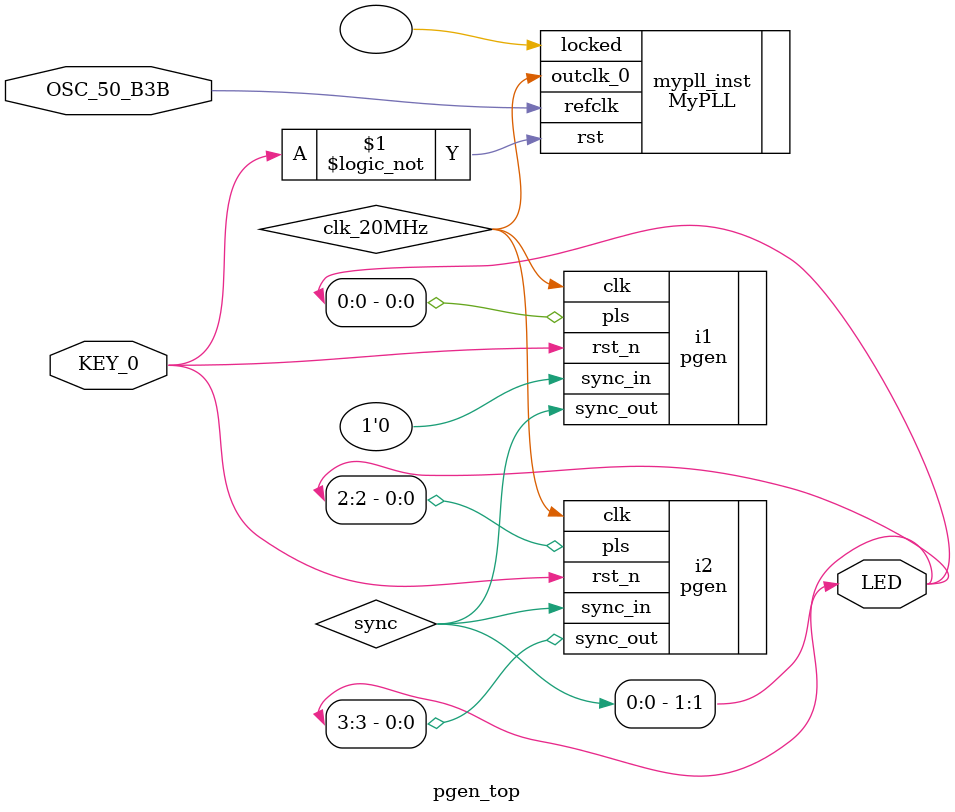
<source format=v>
module pgen_top ( 
		  input OSC_50_B3B,
		  input KEY_0,
		  output [3:0] LED
		  );
   wire 		       clk_20MHz;
   
   MyPLL mypll_inst (
		     .refclk   (OSC_50_B3B),   //  refclk.clk
		     .rst      (!KEY_0),      //   reset.reset
		     .outclk_0 (clk_20MHz), // outclk0.clk
		     .locked   ()    //  locked.export
		     );
   

   // Pulse Generator 1
   wire 		       sync;
   assign LED[1] = sync;
   pgen #(	  
		  .P_CLK_FREQ_HZ(20000000),
		  .P_FREQ_HZ(2000000),
		  .P_DUTY_CYCLE_PERCENT(20),
		  .P_PHASE_DEG(360) 
		  )
   i1 (   
	  // port map - connection between master ports and signals/registers   
	  .pls(LED[0]),
	  .sync_out(sync),
	  .rst_n(KEY_0),
	  .sync_in(1'b0),
	  .clk(clk_20MHz)
	  );

   // Pulse generator 2
   pgen #(	  
		  .P_CLK_FREQ_HZ(20000000),
		  .P_FREQ_HZ(2000000),
		  .P_DUTY_CYCLE_PERCENT(20),
		  .P_PHASE_DEG(180)  
		  )
   i2 (   
	  // port map - connection between master ports and signals/registers   
	  .pls(LED[2]),
	  .sync_out(LED[3]),
	  .rst_n(KEY_0),
	  .sync_in(sync),
	  .clk(clk_20MHz)
	  );

endmodule

</source>
